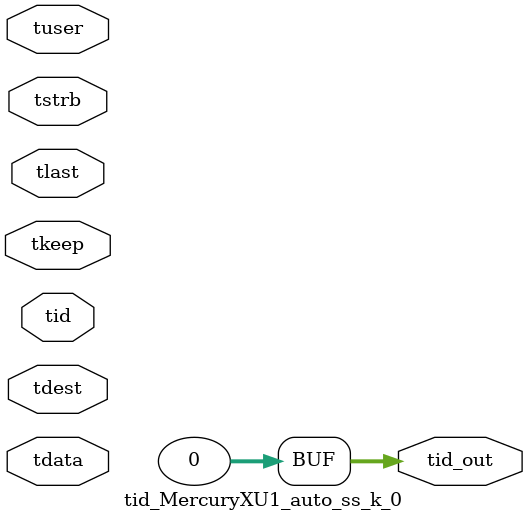
<source format=v>


`timescale 1ps/1ps

module tid_MercuryXU1_auto_ss_k_0 #
(
parameter C_S_AXIS_TID_WIDTH   = 1,
parameter C_S_AXIS_TUSER_WIDTH = 0,
parameter C_S_AXIS_TDATA_WIDTH = 0,
parameter C_S_AXIS_TDEST_WIDTH = 0,
parameter C_M_AXIS_TID_WIDTH   = 32
)
(
input  [(C_S_AXIS_TID_WIDTH   == 0 ? 1 : C_S_AXIS_TID_WIDTH)-1:0       ] tid,
input  [(C_S_AXIS_TDATA_WIDTH == 0 ? 1 : C_S_AXIS_TDATA_WIDTH)-1:0     ] tdata,
input  [(C_S_AXIS_TUSER_WIDTH == 0 ? 1 : C_S_AXIS_TUSER_WIDTH)-1:0     ] tuser,
input  [(C_S_AXIS_TDEST_WIDTH == 0 ? 1 : C_S_AXIS_TDEST_WIDTH)-1:0     ] tdest,
input  [(C_S_AXIS_TDATA_WIDTH/8)-1:0 ] tkeep,
input  [(C_S_AXIS_TDATA_WIDTH/8)-1:0 ] tstrb,
input                                                                    tlast,
output [(C_M_AXIS_TID_WIDTH   == 0 ? 1 : C_M_AXIS_TID_WIDTH)-1:0       ] tid_out
);

assign tid_out = {1'b0};

endmodule


</source>
